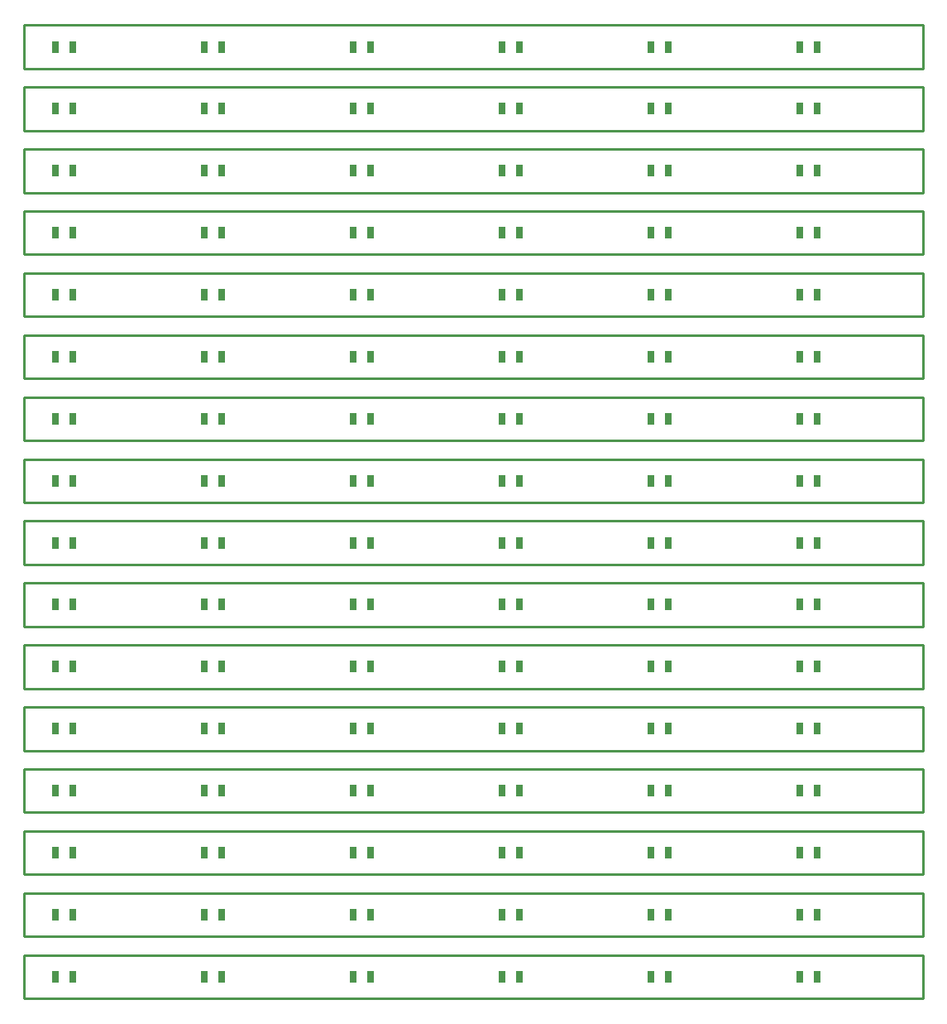
<source format=gbp>
G75*
G70*
%OFA0B0*%
%FSLAX25Y25*%
%IPPOS*%
%LPD*%
%AMOC8*
5,1,8,0,0,1.08239X$1,22.5*
%
%ADD11C,0.01000*%
%ADD17R,0.03150X0.04720*%
X0010000Y0010000D02*
G75*
%LPD*%
D11*
X0010000Y0010000D02*
X0010000Y0027460D01*
X0372500Y0027460D01*
X0372500Y0010000D01*
X0010000Y0010000D01*
D17*
X0022710Y0018750D03*
X0029790Y0018750D03*
X0082710Y0018750D03*
X0089790Y0018750D03*
X0142710Y0018750D03*
X0149790Y0018750D03*
X0202710Y0018750D03*
X0209790Y0018750D03*
X0262710Y0018750D03*
X0269790Y0018750D03*
X0322710Y0018750D03*
X0329790Y0018750D03*
X0010000Y0034960D02*
G75*
%LPD*%
D11*
X0010000Y0034960D02*
X0010000Y0052420D01*
X0372500Y0052420D01*
X0372500Y0034960D01*
X0010000Y0034960D01*
D17*
X0022710Y0043710D03*
X0029790Y0043710D03*
X0082710Y0043710D03*
X0089790Y0043710D03*
X0142710Y0043710D03*
X0149790Y0043710D03*
X0202710Y0043710D03*
X0209790Y0043710D03*
X0262710Y0043710D03*
X0269790Y0043710D03*
X0322710Y0043710D03*
X0329790Y0043710D03*
X0010000Y0059920D02*
G75*
%LPD*%
D11*
X0010000Y0059920D02*
X0010000Y0077380D01*
X0372500Y0077380D01*
X0372500Y0059920D01*
X0010000Y0059920D01*
D17*
X0022710Y0068670D03*
X0029790Y0068670D03*
X0082710Y0068670D03*
X0089790Y0068670D03*
X0142710Y0068670D03*
X0149790Y0068670D03*
X0202710Y0068670D03*
X0209790Y0068670D03*
X0262710Y0068670D03*
X0269790Y0068670D03*
X0322710Y0068670D03*
X0329790Y0068670D03*
X0010000Y0084880D02*
G75*
%LPD*%
D11*
X0010000Y0084880D02*
X0010000Y0102340D01*
X0372500Y0102340D01*
X0372500Y0084880D01*
X0010000Y0084880D01*
D17*
X0022710Y0093630D03*
X0029790Y0093630D03*
X0082710Y0093630D03*
X0089790Y0093630D03*
X0142710Y0093630D03*
X0149790Y0093630D03*
X0202710Y0093630D03*
X0209790Y0093630D03*
X0262710Y0093630D03*
X0269790Y0093630D03*
X0322710Y0093630D03*
X0329790Y0093630D03*
X0010000Y0109840D02*
G75*
%LPD*%
D11*
X0010000Y0109840D02*
X0010000Y0127300D01*
X0372500Y0127300D01*
X0372500Y0109840D01*
X0010000Y0109840D01*
D17*
X0022710Y0118590D03*
X0029790Y0118590D03*
X0082710Y0118590D03*
X0089790Y0118590D03*
X0142710Y0118590D03*
X0149790Y0118590D03*
X0202710Y0118590D03*
X0209790Y0118590D03*
X0262710Y0118590D03*
X0269790Y0118590D03*
X0322710Y0118590D03*
X0329790Y0118590D03*
X0010000Y0134800D02*
G75*
%LPD*%
D11*
X0010000Y0134800D02*
X0010000Y0152260D01*
X0372500Y0152260D01*
X0372500Y0134800D01*
X0010000Y0134800D01*
D17*
X0022710Y0143550D03*
X0029790Y0143550D03*
X0082710Y0143550D03*
X0089790Y0143550D03*
X0142710Y0143550D03*
X0149790Y0143550D03*
X0202710Y0143550D03*
X0209790Y0143550D03*
X0262710Y0143550D03*
X0269790Y0143550D03*
X0322710Y0143550D03*
X0329790Y0143550D03*
X0010000Y0159760D02*
G75*
%LPD*%
D11*
X0010000Y0159760D02*
X0010000Y0177220D01*
X0372500Y0177220D01*
X0372500Y0159760D01*
X0010000Y0159760D01*
D17*
X0022710Y0168510D03*
X0029790Y0168510D03*
X0082710Y0168510D03*
X0089790Y0168510D03*
X0142710Y0168510D03*
X0149790Y0168510D03*
X0202710Y0168510D03*
X0209790Y0168510D03*
X0262710Y0168510D03*
X0269790Y0168510D03*
X0322710Y0168510D03*
X0329790Y0168510D03*
X0010000Y0184720D02*
G75*
%LPD*%
D11*
X0010000Y0184720D02*
X0010000Y0202180D01*
X0372500Y0202180D01*
X0372500Y0184720D01*
X0010000Y0184720D01*
D17*
X0022710Y0193470D03*
X0029790Y0193470D03*
X0082710Y0193470D03*
X0089790Y0193470D03*
X0142710Y0193470D03*
X0149790Y0193470D03*
X0202710Y0193470D03*
X0209790Y0193470D03*
X0262710Y0193470D03*
X0269790Y0193470D03*
X0322710Y0193470D03*
X0329790Y0193470D03*
X0010000Y0209680D02*
G75*
%LPD*%
D11*
X0010000Y0209680D02*
X0010000Y0227140D01*
X0372500Y0227140D01*
X0372500Y0209680D01*
X0010000Y0209680D01*
D17*
X0022710Y0218430D03*
X0029790Y0218430D03*
X0082710Y0218430D03*
X0089790Y0218430D03*
X0142710Y0218430D03*
X0149790Y0218430D03*
X0202710Y0218430D03*
X0209790Y0218430D03*
X0262710Y0218430D03*
X0269790Y0218430D03*
X0322710Y0218430D03*
X0329790Y0218430D03*
X0010000Y0234640D02*
G75*
%LPD*%
D11*
X0010000Y0234640D02*
X0010000Y0252100D01*
X0372500Y0252100D01*
X0372500Y0234640D01*
X0010000Y0234640D01*
D17*
X0022710Y0243390D03*
X0029790Y0243390D03*
X0082710Y0243390D03*
X0089790Y0243390D03*
X0142710Y0243390D03*
X0149790Y0243390D03*
X0202710Y0243390D03*
X0209790Y0243390D03*
X0262710Y0243390D03*
X0269790Y0243390D03*
X0322710Y0243390D03*
X0329790Y0243390D03*
X0010000Y0259600D02*
G75*
%LPD*%
D11*
X0010000Y0259600D02*
X0010000Y0277060D01*
X0372500Y0277060D01*
X0372500Y0259600D01*
X0010000Y0259600D01*
D17*
X0022710Y0268350D03*
X0029790Y0268350D03*
X0082710Y0268350D03*
X0089790Y0268350D03*
X0142710Y0268350D03*
X0149790Y0268350D03*
X0202710Y0268350D03*
X0209790Y0268350D03*
X0262710Y0268350D03*
X0269790Y0268350D03*
X0322710Y0268350D03*
X0329790Y0268350D03*
X0010000Y0284560D02*
G75*
%LPD*%
D11*
X0010000Y0284560D02*
X0010000Y0302020D01*
X0372500Y0302020D01*
X0372500Y0284560D01*
X0010000Y0284560D01*
D17*
X0022710Y0293310D03*
X0029790Y0293310D03*
X0082710Y0293310D03*
X0089790Y0293310D03*
X0142710Y0293310D03*
X0149790Y0293310D03*
X0202710Y0293310D03*
X0209790Y0293310D03*
X0262710Y0293310D03*
X0269790Y0293310D03*
X0322710Y0293310D03*
X0329790Y0293310D03*
X0010000Y0309520D02*
G75*
%LPD*%
D11*
X0010000Y0309520D02*
X0010000Y0326980D01*
X0372500Y0326980D01*
X0372500Y0309520D01*
X0010000Y0309520D01*
D17*
X0022710Y0318270D03*
X0029790Y0318270D03*
X0082710Y0318270D03*
X0089790Y0318270D03*
X0142710Y0318270D03*
X0149790Y0318270D03*
X0202710Y0318270D03*
X0209790Y0318270D03*
X0262710Y0318270D03*
X0269790Y0318270D03*
X0322710Y0318270D03*
X0329790Y0318270D03*
X0010000Y0334480D02*
G75*
%LPD*%
D11*
X0010000Y0334480D02*
X0010000Y0351940D01*
X0372500Y0351940D01*
X0372500Y0334480D01*
X0010000Y0334480D01*
D17*
X0022710Y0343230D03*
X0029790Y0343230D03*
X0082710Y0343230D03*
X0089790Y0343230D03*
X0142710Y0343230D03*
X0149790Y0343230D03*
X0202710Y0343230D03*
X0209790Y0343230D03*
X0262710Y0343230D03*
X0269790Y0343230D03*
X0322710Y0343230D03*
X0329790Y0343230D03*
X0010000Y0359440D02*
G75*
%LPD*%
D11*
X0010000Y0359440D02*
X0010000Y0376900D01*
X0372500Y0376900D01*
X0372500Y0359440D01*
X0010000Y0359440D01*
D17*
X0022710Y0368190D03*
X0029790Y0368190D03*
X0082710Y0368190D03*
X0089790Y0368190D03*
X0142710Y0368190D03*
X0149790Y0368190D03*
X0202710Y0368190D03*
X0209790Y0368190D03*
X0262710Y0368190D03*
X0269790Y0368190D03*
X0322710Y0368190D03*
X0329790Y0368190D03*
X0010000Y0384400D02*
G75*
%LPD*%
D11*
X0010000Y0384400D02*
X0010000Y0401860D01*
X0372500Y0401860D01*
X0372500Y0384400D01*
X0010000Y0384400D01*
D17*
X0022710Y0393150D03*
X0029790Y0393150D03*
X0082710Y0393150D03*
X0089790Y0393150D03*
X0142710Y0393150D03*
X0149790Y0393150D03*
X0202710Y0393150D03*
X0209790Y0393150D03*
X0262710Y0393150D03*
X0269790Y0393150D03*
X0322710Y0393150D03*
X0329790Y0393150D03*
M02*

</source>
